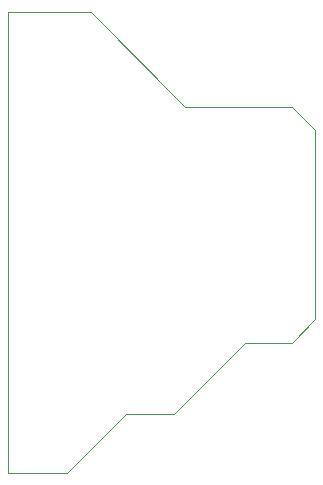
<source format=gm1>
%FSLAX25Y25*%
%MOIN*%
G70*
G01*
G75*
G04 Layer_Color=16711935*
%ADD10R,0.03543X0.03150*%
%ADD11R,0.02756X0.03543*%
%ADD12R,0.05512X0.01772*%
%ADD13C,0.02362*%
%ADD14C,0.01575*%
%ADD15C,0.01181*%
%ADD16C,0.00394*%
%ADD17C,0.05906*%
%ADD18R,0.05906X0.05906*%
%ADD19C,0.05000*%
D16*
X98425Y118110D02*
Y271654D01*
Y118110D02*
X118110D01*
X137795Y137795D01*
X153543D01*
X177165Y161417D01*
X192913D01*
X200787Y169291D01*
Y232283D01*
X192913Y240158D02*
X200787Y232283D01*
X157480Y240158D02*
X192913D01*
X125984Y271654D02*
X157480Y240158D01*
X98425Y271654D02*
X125984D01*
X98425Y118110D02*
Y271654D01*
Y118110D02*
X118110D01*
X137795Y137795D01*
X153543D01*
X177165Y161417D01*
X192913D01*
X200787Y169291D01*
Y232283D01*
X192913Y240158D02*
X200787Y232283D01*
X157480Y240158D02*
X192913D01*
X125984Y271654D02*
X157480Y240158D01*
X98425Y271654D02*
X125984D01*
M02*

</source>
